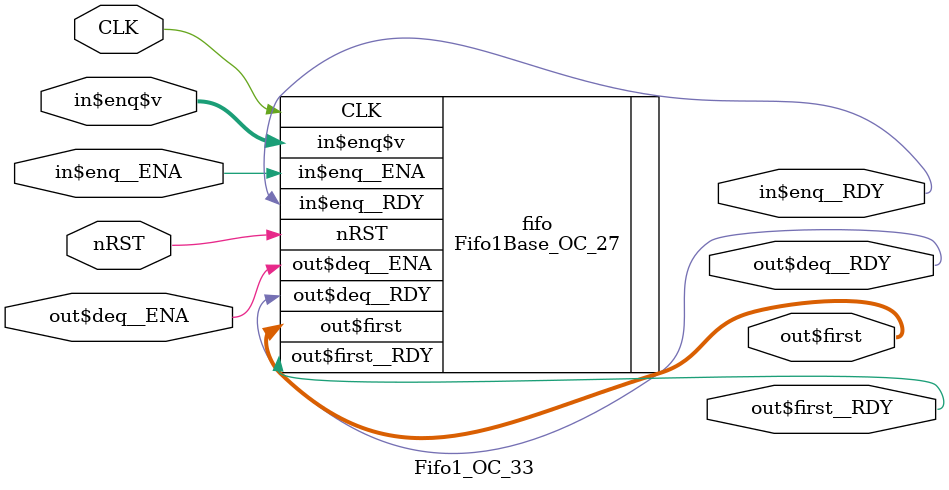
<source format=v>
`include "zynqTop.generated.vh"

`default_nettype none
module Fifo1_OC_33 (input wire CLK, input wire nRST,
    input wire in$enq__ENA,
    input wire [31:0]in$enq$v,
    output wire in$enq__RDY,
    input wire out$deq__ENA,
    output wire out$deq__RDY,
    output wire [31:0]out$first,
    output wire out$first__RDY);
    Fifo1Base_OC_27 fifo (.CLK(CLK), .nRST(nRST),
        .in$enq__ENA(in$enq__ENA),
        .in$enq$v(in$enq$v),
        .in$enq__RDY(in$enq__RDY),
        .out$deq__ENA(out$deq__ENA),
        .out$deq__RDY(out$deq__RDY),
        .out$first(out$first),
        .out$first__RDY(out$first__RDY));
endmodule 

`default_nettype wire    // set back to default value

</source>
